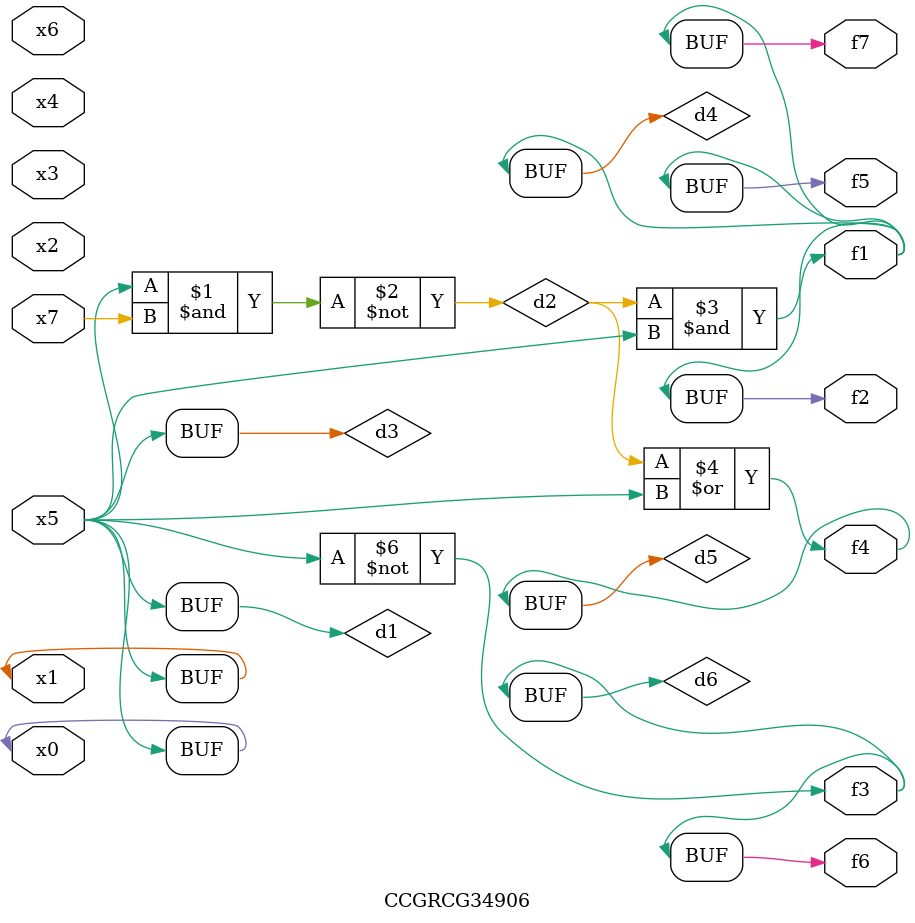
<source format=v>
module CCGRCG34906(
	input x0, x1, x2, x3, x4, x5, x6, x7,
	output f1, f2, f3, f4, f5, f6, f7
);

	wire d1, d2, d3, d4, d5, d6;

	buf (d1, x0, x5);
	nand (d2, x5, x7);
	buf (d3, x0, x1);
	and (d4, d2, d3);
	or (d5, d2, d3);
	nor (d6, d1, d3);
	assign f1 = d4;
	assign f2 = d4;
	assign f3 = d6;
	assign f4 = d5;
	assign f5 = d4;
	assign f6 = d6;
	assign f7 = d4;
endmodule

</source>
